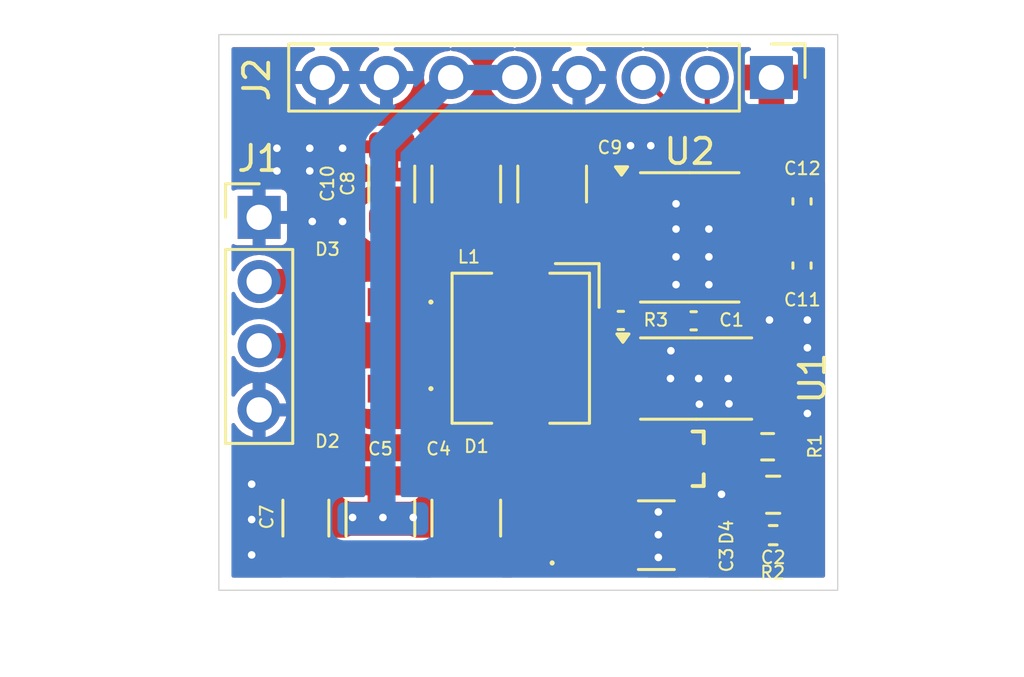
<source format=kicad_pcb>
(kicad_pcb (version 20240108) (generator "pcbnew") (generator_version "8.0")
  (layers (0 "F.Cu" signal) (31 "B.Cu" signal) (34 "B.Paste" user) (35 "F.Paste" user) (36 "B.SilkS" user "B.Silkscreen") (37 "F.SilkS" user "F.Silkscreen") (38 "B.Mask" user) (39 "F.Mask" user) (44 "Edge.Cuts" user))
  (net 0 "")
  (net 1 "GND")
  (net 2 "Net-(U1-MPP_SET)")
  (net 3 "Net-(U1-VCTRL)")
  (net 4 "/VOUT")
  (net 5 "/PV_VOLT")
  (net 6 "Net-(U2-FILTER)")
  (net 7 "+3V3")
  (net 8 "/PANEL_2")
  (net 9 "/PANEL_1")
  (net 10 "/PV_CURR")
  (net 11 "/LX_IN")
  (net 12 "/PV_LX")
  (footprint "Capacitor_SMD:C_1210_3225Metric" (layer "F.Cu") (at 140.9 102.3 -90)
    (property "Reference" "C8" (at -0.018 4.696 270) (layer "F.SilkS") (effects (font (size 0.5 0.5) (thickness 0.08))))
    (property "Value" "100u")
    (fp_line (start -0.711252 1.36) (end 0.711252 1.36) (stroke (width 0.12)) (layer "F.SilkS"))
    (fp_line (start -0.711252 -1.36) (end 0.711252 -1.36) (stroke (width 0.12)) (layer "F.SilkS"))
    (pad "1" smd roundrect (at -1.475 0 270) (size 1.15 2.7) (layers "F.Cu" "F.Paste" "F.Mask") (roundrect_rratio 0.217391) (net 1 "GND"))
    (pad "2" smd roundrect (at 1.475 0 270) (size 1.15 2.7) (layers "F.Cu" "F.Paste" "F.Mask") (roundrect_rratio 0.217391) (net 5 "/PV_VOLT"))
  )
  (footprint "Inductor_SMD:L_Bourns_SRP5030T" (layer "F.Cu") (at 143.0575 108.8 -90)
    (property "Reference" "L1" (at -3.618 2.0535 180) (layer "F.SilkS") (effects (font (size 0.5 0.5) (thickness 0.08))))
    (property "Value" "22u")
    (fp_line (start -2.97 2.72) (end 2.97 2.72) (stroke (width 0.12)) (layer "F.SilkS"))
    (fp_line (start -2.97 1.15) (end -2.97 2.72) (stroke (width 0.12)) (layer "F.SilkS"))
    (fp_line (start 2.97 1.15) (end 2.97 2.72) (stroke (width 0.12)) (layer "F.SilkS"))
    (fp_line (start -3.35 -1.37) (end -3.35 -3.1) (stroke (width 0.12)) (layer "F.SilkS"))
    (fp_line (start -2.97 -2.72) (end -2.97 -1.15) (stroke (width 0.12)) (layer "F.SilkS"))
    (fp_line (start -2.97 -2.72) (end 2.97 -2.72) (stroke (width 0.12)) (layer "F.SilkS"))
    (fp_line (start 2.97 -2.72) (end 2.97 -1.15) (stroke (width 0.12)) (layer "F.SilkS"))
    (fp_line (start -3.35 -3.1) (end -1.62 -3.1) (stroke (width 0.12)) (layer "F.SilkS"))
    (pad "1" smd roundrect (at -2.25 0 270) (size 2 1.8) (layers "F.Cu" "F.Paste" "F.Mask") (net 12 "/PV_LX"))
    (pad "2" smd roundrect (at 2.25 0 270) (size 2 1.8) (layers "F.Cu" "F.Paste" "F.Mask") (net 11 "/LX_IN"))
  )
  (footprint "Connector_PinHeader_2.54mm:PinHeader_1x04_P2.54mm_Vertical" (layer "F.Cu") (at 132.7 103.62)
    (property "Reference" "J1" (at 0 -2.33 0) (layer "F.SilkS"))
    (property "Value" "PV_IN")
    (fp_line (start -1.33 -1.33) (end 0 -1.33) (stroke (width 0.12)) (layer "F.SilkS"))
    (fp_line (start -1.33 0) (end -1.33 -1.33) (stroke (width 0.12)) (layer "F.SilkS"))
    (fp_line (start -1.33 1.27) (end -1.33 8.95) (stroke (width 0.12)) (layer "F.SilkS"))
    (fp_line (start -1.33 1.27) (end 1.33 1.27) (stroke (width 0.12)) (layer "F.SilkS"))
    (fp_line (start -1.33 8.95) (end 1.33 8.95) (stroke (width 0.12)) (layer "F.SilkS"))
    (fp_line (start 1.33 1.27) (end 1.33 8.95) (stroke (width 0.12)) (layer "F.SilkS"))
    (pad "1" thru_hole rect (at 0 0) (size 1.7 1.7) (drill 1) (layers "*.Cu" "*.Mask") (net 1 "GND"))
    (pad "2" thru_hole oval (at 0 2.54) (size 1.7 1.7) (drill 1) (layers "*.Cu" "*.Mask") (net 9 "/PANEL_1"))
    (pad "3" thru_hole oval (at 0 5.08) (size 1.7 1.7) (drill 1) (layers "*.Cu" "*.Mask") (net 8 "/PANEL_2"))
    (pad "4" thru_hole oval (at 0 7.62) (size 1.7 1.7) (drill 1) (layers "*.Cu" "*.Mask") (net 1 "GND"))
  )
  (footprint "Project_Footprints:PD3S220L7" (layer "F.Cu") (at 144.3 115.15 90)
    (property "Reference" "D1" (at 2.468 -2.996 0) (layer "F.SilkS") (effects (font (size 0.5 0.5) (thickness 0.08))))
    (property "Value" "PD3S220L-7" (hide yes))
    (fp_line (start -2.1 0) (end -2.1 0) (stroke (width 0.1)) (layer "F.SilkS"))
    (fp_line (start -2.2 0) (end -2.2 0) (stroke (width 0.1)) (layer "F.SilkS"))
    (fp_arc (start -2.1 0) (mid -2.15 0.05) (end -2.2 0) (stroke (width 0.1)) (layer "F.SilkS"))
    (fp_arc (start -2.2 0) (mid -2.15 -0.05) (end -2.1 0) (stroke (width 0.1)) (layer "F.SilkS"))
    (pad "1" smd rect (at -0.65 0 180) (size 1.1 2) (layers "F.Cu" "F.Paste" "F.Mask") (net 4 "/VOUT"))
    (pad "2" smd rect (at 1.25 0 180) (size 0.8 0.8) (layers "F.Cu" "F.Paste" "F.Mask") (net 11 "/LX_IN"))
  )
  (footprint "Resistor_SMD:R_0402_1005Metric" (layer "F.Cu") (at 153.05 116.2 180)
    (property "Reference" "R2" (at 0.019 -1.482 180) (layer "F.SilkS") (effects (font (size 0.5 0.5) (thickness 0.08))))
    (property "Value" "330k")
    (fp_line (start -0.153641 0.38) (end 0.153641 0.38) (stroke (width 0.12)) (layer "F.SilkS"))
    (fp_line (start -0.153641 -0.38) (end 0.153641 -0.38) (stroke (width 0.12)) (layer "F.SilkS"))
    (pad "1" smd roundrect (at -0.51 0 180) (size 0.54 0.64) (layers "F.Cu" "F.Paste" "F.Mask") (net 3 "Net-(U1-VCTRL)"))
    (pad "2" smd roundrect (at 0.51 0 180) (size 0.54 0.64) (layers "F.Cu" "F.Paste" "F.Mask") (net 1 "GND"))
  )
  (footprint "Project_Footprints:PD3S220L7" (layer "F.Cu") (at 137.35 110.4 180)
    (property "Reference" "D2" (at 1.946 -2.082 180) (layer "F.SilkS") (effects (font (size 0.5 0.5) (thickness 0.08))))
    (property "Value" "PD3S220L-7" (hide yes))
    (fp_line (start -2.1 0) (end -2.1 0) (stroke (width 0.1)) (layer "F.SilkS"))
    (fp_line (start -2.2 0) (end -2.2 0) (stroke (width 0.1)) (layer "F.SilkS"))
    (fp_arc (start -2.1 0) (mid -2.15 0.05) (end -2.2 0) (stroke (width 0.1)) (layer "F.SilkS"))
    (fp_arc (start -2.2 0) (mid -2.15 -0.05) (end -2.1 0) (stroke (width 0.1)) (layer "F.SilkS"))
    (pad "1" smd rect (at -0.65 0 270) (size 1.1 2) (layers "F.Cu" "F.Paste" "F.Mask") (net 5 "/PV_VOLT"))
    (pad "2" smd rect (at 1.25 0 270) (size 0.8 0.8) (layers "F.Cu" "F.Paste" "F.Mask") (net 8 "/PANEL_2"))
  )
  (footprint "Capacitor_SMD:C_0402_1005Metric" (layer "F.Cu") (at 149.901 107.714)
    (property "Reference" "C1" (at 1.503 -0.032 0) (layer "F.SilkS") (effects (font (size 0.5 0.5) (thickness 0.08))))
    (property "Value" "4.7u")
    (fp_line (start -0.107836 -0.36) (end 0.107836 -0.36) (stroke (width 0.12)) (layer "F.SilkS"))
    (fp_line (start -0.107836 0.36) (end 0.107836 0.36) (stroke (width 0.12)) (layer "F.SilkS"))
    (pad "1" smd roundrect (at -0.48 0) (size 0.56 0.62) (layers "F.Cu" "F.Paste" "F.Mask") (net 2 "Net-(U1-MPP_SET)"))
    (pad "2" smd roundrect (at 0.48 0) (size 0.56 0.62) (layers "F.Cu" "F.Paste" "F.Mask") (net 1 "GND"))
  )
  (footprint "Capacitor_SMD:C_1206_3216Metric" (layer "F.Cu") (at 134.55 115.525 -90)
    (property "Reference" "C7" (at -0.043 1.546 270) (layer "F.SilkS") (effects (font (size 0.5 0.5) (thickness 0.08))))
    (property "Value" "10u")
    (fp_line (start -0.711252 0.91) (end 0.711252 0.91) (stroke (width 0.12)) (layer "F.SilkS"))
    (fp_line (start -0.711252 -0.91) (end 0.711252 -0.91) (stroke (width 0.12)) (layer "F.SilkS"))
    (pad "1" smd roundrect (at -1.475 0 270) (size 1.15 1.8) (layers "F.Cu" "F.Paste" "F.Mask") (roundrect_rratio 0.217391) (net 4 "/VOUT"))
    (pad "2" smd roundrect (at 1.475 0 270) (size 1.15 1.8) (layers "F.Cu" "F.Paste" "F.Mask") (roundrect_rratio 0.217391) (net 1 "GND"))
  )
  (footprint "Package_SO:SOIC-8_3.9x4.9mm_P1.27mm" (layer "F.Cu") (at 149.746 104.412)
    (property "Reference" "U2" (at 0 -3.4 0) (layer "F.SilkS"))
    (property "Value" "ACS725xLCTR-10AU")
    (fp_line (start 0 -2.56) (end -1.95 -2.56) (stroke (width 0.12)) (layer "F.SilkS"))
    (fp_line (start 0 -2.56) (end 1.95 -2.56) (stroke (width 0.12)) (layer "F.SilkS"))
    (fp_line (start 0 2.56) (end -1.95 2.56) (stroke (width 0.12)) (layer "F.SilkS"))
    (fp_line (start 0 2.56) (end 1.95 2.56) (stroke (width 0.12)) (layer "F.SilkS"))
    (fp_poly (pts (xy -2.7 -2.465) (xy -2.94 -2.795) (xy -2.46 -2.795) (xy -2.7 -2.465)) (stroke (width 0.12)) (fill solid) (layer "F.SilkS"))
    (pad "1" smd roundrect (at -2.475 -1.905) (size 1.95 0.6) (layers "F.Cu" "F.Paste" "F.Mask") (net 5 "/PV_VOLT"))
    (pad "2" smd roundrect (at -2.475 -0.635) (size 1.95 0.6) (layers "F.Cu" "F.Paste" "F.Mask") (net 5 "/PV_VOLT"))
    (pad "3" smd roundrect (at -2.475 0.635) (size 1.95 0.6) (layers "F.Cu" "F.Paste" "F.Mask") (net 12 "/PV_LX"))
    (pad "4" smd roundrect (at -2.475 1.905) (size 1.95 0.6) (layers "F.Cu" "F.Paste" "F.Mask") (net 12 "/PV_LX"))
    (pad "5" smd roundrect (at 2.475 1.905) (size 1.95 0.6) (layers "F.Cu" "F.Paste" "F.Mask") (net 1 "GND"))
    (pad "6" smd roundrect (at 2.475 0.635) (size 1.95 0.6) (layers "F.Cu" "F.Paste" "F.Mask") (net 6 "Net-(U2-FILTER)"))
    (pad "7" smd roundrect (at 2.475 -0.635) (size 1.95 0.6) (layers "F.Cu" "F.Paste" "F.Mask") (net 10 "/PV_CURR"))
    (pad "8" smd roundrect (at 2.475 -1.905) (size 1.95 0.6) (layers "F.Cu" "F.Paste" "F.Mask") (net 7 "+3V3"))
  )
  (footprint "Resistor_SMD:R_0603_1608Metric" (layer "F.Cu") (at 152.83 112.7)
    (property "Reference" "R1" (at 1.874 -0.018 90) (layer "F.SilkS") (effects (font (size 0.5 0.5) (thickness 0.08))))
    (property "Value" "1M")
    (fp_line (start -0.237258 -0.5225) (end 0.237258 -0.5225) (stroke (width 0.12)) (layer "F.SilkS"))
    (fp_line (start -0.237258 0.5225) (end 0.237258 0.5225) (stroke (width 0.12)) (layer "F.SilkS"))
    (pad "1" smd roundrect (at -0.825 0) (size 0.8 0.95) (layers "F.Cu" "F.Paste" "F.Mask") (net 4 "/VOUT"))
    (pad "2" smd roundrect (at 0.825 0) (size 0.8 0.95) (layers "F.Cu" "F.Paste" "F.Mask") (net 3 "Net-(U1-VCTRL)"))
  )
  (footprint "Capacitor_SMD:C_1210_3225Metric" (layer "F.Cu") (at 140.9 115.525 -90)
    (property "Reference" "C4" (at -2.743 1.096 180) (layer "F.SilkS") (effects (font (size 0.5 0.5) (thickness 0.08))))
    (property "Value" "100u")
    (fp_line (start -0.711252 1.36) (end 0.711252 1.36) (stroke (width 0.12)) (layer "F.SilkS"))
    (fp_line (start -0.711252 -1.36) (end 0.711252 -1.36) (stroke (width 0.12)) (layer "F.SilkS"))
    (pad "1" smd roundrect (at -1.475 0 270) (size 1.15 2.7) (layers "F.Cu" "F.Paste" "F.Mask") (roundrect_rratio 0.217391) (net 4 "/VOUT"))
    (pad "2" smd roundrect (at 1.475 0 270) (size 1.15 2.7) (layers "F.Cu" "F.Paste" "F.Mask") (roundrect_rratio 0.217391) (net 1 "GND"))
  )
  (footprint "Capacitor_SMD:C_0402_1005Metric" (layer "F.Cu") (at 154.191 105.527 -90)
    (property "Reference" "C11" (at 1.355 -0.013 180) (layer "F.SilkS") (effects (font (size 0.5 0.5) (thickness 0.08))))
    (property "Value" "1n")
    (fp_line (start -0.107836 0.36) (end 0.107836 0.36) (stroke (width 0.12)) (layer "F.SilkS"))
    (fp_line (start -0.107836 -0.36) (end 0.107836 -0.36) (stroke (width 0.12)) (layer "F.SilkS"))
    (pad "1" smd roundrect (at -0.48 0 270) (size 0.56 0.62) (layers "F.Cu" "F.Paste" "F.Mask") (net 6 "Net-(U2-FILTER)"))
    (pad "2" smd roundrect (at 0.48 0 270) (size 0.56 0.62) (layers "F.Cu" "F.Paste" "F.Mask") (net 1 "GND"))
  )
  (footprint "Package_SO:TSSOP-8_4.4x3mm_P0.65mm" (layer "F.Cu") (at 150 110)
    (property "Reference" "U1" (at 4.604 -0.018 90) (layer "F.SilkS"))
    (property "Value" "SPV1040")
    (fp_line (start 0 -1.61) (end -2.2 -1.61) (stroke (width 0.12)) (layer "F.SilkS"))
    (fp_line (start 0 -1.61) (end 2.2 -1.61) (stroke (width 0.12)) (layer "F.SilkS"))
    (fp_line (start 0 1.61) (end -2.2 1.61) (stroke (width 0.12)) (layer "F.SilkS"))
    (fp_line (start 0 1.61) (end 2.2 1.61) (stroke (width 0.12)) (layer "F.SilkS"))
    (fp_poly (pts (xy -2.9 -1.435) (xy -3.14 -1.765) (xy -2.66 -1.765) (xy -2.9 -1.435)) (stroke (width 0.12)) (fill solid) (layer "F.SilkS"))
    (pad "1" smd roundrect (at -2.8625 -0.975) (size 1.475 0.4) (layers "F.Cu" "F.Paste" "F.Mask") (net 2 "Net-(U1-MPP_SET)"))
    (pad "2" smd roundrect (at -2.8625 -0.325) (size 1.475 0.4) (layers "F.Cu" "F.Paste" "F.Mask") (net 1 "GND"))
    (pad "3" smd roundrect (at -2.8625 0.325) (size 1.475 0.4) (layers "F.Cu" "F.Paste" "F.Mask") (net 11 "/LX_IN"))
    (pad "4" smd roundrect (at -2.8625 0.975) (size 1.475 0.4) (layers "F.Cu" "F.Paste" "F.Mask") (net 4 "/VOUT"))
    (pad "5" smd roundrect (at 2.8625 0.975) (size 1.475 0.4) (layers "F.Cu" "F.Paste" "F.Mask") (net 3 "Net-(U1-VCTRL)"))
    (pad "6" smd roundrect (at 2.8625 0.325) (size 1.475 0.4) (layers "F.Cu" "F.Paste" "F.Mask") (net 1 "GND"))
    (pad "7" smd roundrect (at 2.8625 -0.325) (size 1.475 0.4) (layers "F.Cu" "F.Paste" "F.Mask") (net 1 "GND"))
    (pad "8" smd roundrect (at 2.8625 -0.975) (size 1.475 0.4) (layers "F.Cu" "F.Paste" "F.Mask") (net 2 "Net-(U1-MPP_SET)"))
  )
  (footprint "Project_Footprints:DO222-AA_STM" (layer "F.Cu") (at 148.7 113.175 90)
    (property "Reference" "D4" (at -2.907 2.504 90) (layer "F.SilkS") (effects (font (size 0.5 0.5) (thickness 0.08))))
    (property "Value" "TVS")
    (fp_line (start -1.0795 1.155049) (end -1.0795 1.6002) (stroke (width 0.1524)) (layer "F.SilkS"))
    (fp_line (start 1.0795 1.6002) (end 1.0795 1.155049) (stroke (width 0.1524)) (layer "F.SilkS"))
    (fp_line (start 0.61214 1.6002) (end 1.0795 1.6002) (stroke (width 0.1524)) (layer "F.SilkS"))
    (fp_line (start -1.0795 1.6002) (end -0.61214 1.6002) (stroke (width 0.1524)) (layer "F.SilkS"))
    (pad "1" smd rect (at 0 -0.4064 90) (size 2.032 1.778) (layers "F.Cu" "F.Paste" "F.Mask") (net 4 "/VOUT"))
    (pad "2" smd rect (at 0 1.6129 90) (size 0.5334 0.6858) (layers "F.Cu" "F.Paste" "F.Mask") (net 1 "GND"))
  )
  (footprint "Connector_PinHeader_2.54mm:PinHeader_1x08_P2.54mm_Vertical" (layer "F.Cu") (at 152.98 98.082 -90)
    (property "Reference" "J2" (at 0.082 20.376 90) (layer "F.SilkS"))
    (property "Value" "OUT")
    (fp_line (start -1.33 19.11) (end 1.33 19.11) (stroke (width 0.12)) (layer "F.SilkS"))
    (fp_line (start -1.33 1.27) (end -1.33 19.11) (stroke (width 0.12)) (layer "F.SilkS"))
    (fp_line (start -1.33 1.27) (end 1.33 1.27) (stroke (width 0.12)) (layer "F.SilkS"))
    (fp_line (start 1.33 1.27) (end 1.33 19.11) (stroke (width 0.12)) (layer "F.SilkS"))
    (fp_line (start -1.33 0) (end -1.33 -1.33) (stroke (width 0.12)) (layer "F.SilkS"))
    (fp_line (start -1.33 -1.33) (end 0 -1.33) (stroke (width 0.12)) (layer "F.SilkS"))
    (pad "1" thru_hole rect (at 0 0 270) (size 1.7 1.7) (drill 1) (layers "*.Cu" "*.Mask") (net 7 "+3V3"))
    (pad "2" thru_hole oval (at 0 2.54 270) (size 1.7 1.7) (drill 1) (layers "*.Cu" "*.Mask") (net 10 "/PV_CURR"))
    (pad "3" thru_hole oval (at 0 5.08 270) (size 1.7 1.7) (drill 1) (layers "*.Cu" "*.Mask") (net 5 "/PV_VOLT"))
    (pad "4" thru_hole oval (at 0 7.62 270) (size 1.7 1.7) (drill 1) (layers "*.Cu" "*.Mask") (net 1 "GND"))
    (pad "5" thru_hole oval (at 0 10.16 270) (size 1.7 1.7) (drill 1) (layers "*.Cu" "*.Mask") (net 4 "/VOUT"))
    (pad "6" thru_hole oval (at 0 12.7 270) (size 1.7 1.7) (drill 1) (layers "*.Cu" "*.Mask") (net 4 "/VOUT"))
    (pad "7" thru_hole oval (at 0 15.24 270) (size 1.7 1.7) (drill 1) (layers "*.Cu" "*.Mask") (net 1 "GND"))
    (pad "8" thru_hole oval (at 0 17.78 270) (size 1.7 1.7) (drill 1) (layers "*.Cu" "*.Mask") (net 1 "GND"))
  )
  (footprint "Project_Footprints:PD3S220L7" (layer "F.Cu") (at 137.35 106.971 180)
    (property "Reference" "D3" (at 1.946 2.089 180) (layer "F.SilkS") (effects (font (size 0.5 0.5) (thickness 0.08))))
    (property "Value" "PD3S220L-7" (hide yes))
    (fp_line (start -2.1 0) (end -2.1 0) (stroke (width 0.1)) (layer "F.SilkS"))
    (fp_line (start -2.2 0) (end -2.2 0) (stroke (width 0.1)) (layer "F.SilkS"))
    (fp_arc (start -2.1 0) (mid -2.15 0.05) (end -2.2 0) (stroke (width 0.1)) (layer "F.SilkS"))
    (fp_arc (start -2.2 0) (mid -2.15 -0.05) (end -2.1 0) (stroke (width 0.1)) (layer "F.SilkS"))
    (pad "1" smd rect (at -0.65 0 270) (size 1.1 2) (layers "F.Cu" "F.Paste" "F.Mask") (net 5 "/PV_VOLT"))
    (pad "2" smd rect (at 1.25 0 270) (size 0.8 0.8) (layers "F.Cu" "F.Paste" "F.Mask") (net 9 "/PANEL_1"))
  )
  (footprint "Capacitor_SMD:C_1210_3225Metric" (layer "F.Cu") (at 144.3 102.3 -90)
    (property "Reference" "C9" (at -1.446 -2.286 0) (layer "F.SilkS") (effects (font (size 0.5 0.5) (thickness 0.08))))
    (property "Value" "100u")
    (fp_line (start -0.711252 1.36) (end 0.711252 1.36) (stroke (width 0.12)) (layer "F.SilkS"))
    (fp_line (start -0.711252 -1.36) (end 0.711252 -1.36) (stroke (width 0.12)) (layer "F.SilkS"))
    (pad "1" smd roundrect (at -1.475 0 270) (size 1.15 2.7) (layers "F.Cu" "F.Paste" "F.Mask") (roundrect_rratio 0.217391) (net 1 "GND"))
    (pad "2" smd roundrect (at 1.475 0 270) (size 1.15 2.7) (layers "F.Cu" "F.Paste" "F.Mask") (roundrect_rratio 0.217391) (net 5 "/PV_VOLT"))
  )
  (footprint "Capacitor_SMD:C_1206_3216Metric" (layer "F.Cu") (at 137.95 102.3 -90)
    (property "Reference" "C10" (at -0.018 2.546 90) (layer "F.SilkS") (effects (font (size 0.5 0.5) (thickness 0.08))))
    (property "Value" "10u")
    (fp_line (start -0.711252 0.91) (end 0.711252 0.91) (stroke (width 0.12)) (layer "F.SilkS"))
    (fp_line (start -0.711252 -0.91) (end 0.711252 -0.91) (stroke (width 0.12)) (layer "F.SilkS"))
    (pad "1" smd roundrect (at -1.475 0 270) (size 1.15 1.8) (layers "F.Cu" "F.Paste" "F.Mask") (roundrect_rratio 0.217391) (net 1 "GND"))
    (pad "2" smd roundrect (at 1.475 0 270) (size 1.15 1.8) (layers "F.Cu" "F.Paste" "F.Mask") (roundrect_rratio 0.217391) (net 5 "/PV_VOLT"))
  )
  (footprint "Capacitor_SMD:C_0805_2012Metric" (layer "F.Cu") (at 153.05 114.6 180)
    (property "Reference" "C2" (at 0 -2.482 0) (layer "F.SilkS") (effects (font (size 0.5 0.5) (thickness 0.08))))
    (property "Value" "33u")
    (fp_line (start -0.261252 0.735) (end 0.261252 0.735) (stroke (width 0.12)) (layer "F.SilkS"))
    (fp_line (start -0.261252 -0.735) (end 0.261252 -0.735) (stroke (width 0.12)) (layer "F.SilkS"))
    (pad "1" smd roundrect (at -0.95 0 180) (size 1 1.45) (layers "F.Cu" "F.Paste" "F.Mask") (net 3 "Net-(U1-VCTRL)"))
    (pad "2" smd roundrect (at 0.95 0 180) (size 1 1.45) (layers "F.Cu" "F.Paste" "F.Mask") (net 1 "GND"))
  )
  (footprint "Capacitor_SMD:C_1210_3225Metric" (layer "F.Cu") (at 137.5 115.525 -90)
    (property "Reference" "C5" (at -2.743 0 180) (layer "F.SilkS") (effects (font (size 0.5 0.5) (thickness 0.08))))
    (property "Value" "100u")
    (fp_line (start -0.711252 1.36) (end 0.711252 1.36) (stroke (width 0.12)) (layer "F.SilkS"))
    (fp_line (start -0.711252 -1.36) (end 0.711252 -1.36) (stroke (width 0.12)) (layer "F.SilkS"))
    (pad "1" smd roundrect (at -1.475 0 270) (size 1.15 2.7) (layers "F.Cu" "F.Paste" "F.Mask") (roundrect_rratio 0.217391) (net 4 "/VOUT"))
    (pad "2" smd roundrect (at 1.475 0 270) (size 1.15 2.7) (layers "F.Cu" "F.Paste" "F.Mask") (roundrect_rratio 0.217391) (net 1 "GND"))
  )
  (footprint "Capacitor_SMD:C_1210_3225Metric" (layer "F.Cu") (at 148.425 116.2)
    (property "Reference" "C3" (at 2.779 0.982 90) (layer "F.SilkS") (effects (font (size 0.5 0.5) (thickness 0.08))))
    (property "Value" "100u")
    (fp_line (start -0.711252 -1.36) (end 0.711252 -1.36) (stroke (width 0.12)) (layer "F.SilkS"))
    (fp_line (start -0.711252 1.36) (end 0.711252 1.36) (stroke (width 0.12)) (layer "F.SilkS"))
    (pad "1" smd roundrect (at -1.475 0) (size 1.15 2.7) (layers "F.Cu" "F.Paste" "F.Mask") (roundrect_rratio 0.217391) (net 4 "/VOUT"))
    (pad "2" smd roundrect (at 1.475 0) (size 1.15 2.7) (layers "F.Cu" "F.Paste" "F.Mask") (roundrect_rratio 0.217391) (net 1 "GND"))
  )
  (footprint "Capacitor_SMD:C_0402_1005Metric" (layer "F.Cu") (at 154.191 102.987 -90)
    (property "Reference" "C12" (at -1.305 -0.013 180) (layer "F.SilkS") (effects (font (size 0.5 0.5) (thickness 0.08))))
    (property "Value" "100n")
    (fp_line (start -0.107836 0.36) (end 0.107836 0.36) (stroke (width 0.12)) (layer "F.SilkS"))
    (fp_line (start -0.107836 -0.36) (end 0.107836 -0.36) (stroke (width 0.12)) (layer "F.SilkS"))
    (pad "1" smd roundrect (at -0.48 0 270) (size 0.56 0.62) (layers "F.Cu" "F.Paste" "F.Mask") (net 7 "+3V3"))
    (pad "2" smd roundrect (at 0.48 0 270) (size 0.56 0.62) (layers "F.Cu" "F.Paste" "F.Mask") (net 1 "GND"))
  )
  (footprint "Capacitor_SMD:C_0402_1005Metric" (layer "F.Cu") (at 147.02 107.7)
    (property "Reference" "R3" (at 1.384 -0.018 0) (layer "F.SilkS") (effects (font (size 0.5 0.5) (thickness 0.08))))
    (property "Value" "1k")
    (fp_line (start -0.107836 -0.36) (end 0.107836 -0.36) (stroke (width 0.12)) (layer "F.SilkS"))
    (fp_line (start -0.107836 0.36) (end 0.107836 0.36) (stroke (width 0.12)) (layer "F.SilkS"))
    (pad "1" smd roundrect (at -0.48 0) (size 0.56 0.62) (layers "F.Cu" "F.Paste" "F.Mask") (net 12 "/PV_LX"))
    (pad "2" smd roundrect (at 0.48 0) (size 0.56 0.62) (layers "F.Cu" "F.Paste" "F.Mask") (net 2 "Net-(U1-MPP_SET)"))
  )
  (gr_rect (start 131.104 96.382) (end 155.604 118.382) (stroke (width 0.05)) (fill none) (layer "Edge.Cuts"))
  (via (at 132.404 116.982) (size 0.6) (drill 0.3) (layers "F.Cu" "B.Cu") (net 1))
  (via (at 134.704 100.882) (size 0.6) (drill 0.3) (layers "F.Cu" "B.Cu") (net 1))
  (via (at 150.1 110) (size 0.6) (drill 0.3) (layers "F.Cu" "B.Cu") (net 1))
  (via (at 148.204 100.782) (size 0.6) (drill 0.3) (layers "F.Cu" "B.Cu") (net 1))
  (via (at 148.984 110) (size 0.6) (drill 0.3) (layers "F.Cu" "B.Cu") (net 1))
  (via (at 148.504 116.182) (size 0.6) (drill 0.3) (layers "F.Cu" "B.Cu") (net 1))
  (via (at 132.404 115.582) (size 0.6) (drill 0.3) (layers "F.Cu" "B.Cu") (net 1))
  (via (at 154.404 107.682) (size 0.6) (drill 0.3) (layers "F.Cu" "B.Cu") (net 1))
  (via (at 151.004 114.582) (size 0.6) (drill 0.3) (layers "F.Cu" "B.Cu") (net 1))
  (via (at 150.127 111.016) (size 0.6) (drill 0.3) (layers "F.Cu" "B.Cu") (net 1))
  (via (at 133.404 101.782) (size 0.6) (drill 0.3) (layers "F.Cu" "B.Cu") (net 1))
  (via (at 136.004 100.882) (size 0.6) (drill 0.3) (layers "F.Cu" "B.Cu") (net 1))
  (via (at 150.504 104.082) (size 0.6) (drill 0.3) (layers "F.Cu" "B.Cu") (net 1))
  (via (at 150.504 106.282) (size 0.6) (drill 0.3) (layers "F.Cu" "B.Cu") (net 1))
  (via (at 150.504 105.182) (size 0.6) (drill 0.3) (layers "F.Cu" "B.Cu") (net 1))
  (via (at 134.804 103.782) (size 0.6) (drill 0.3) (layers "F.Cu" "B.Cu") (net 1))
  (via (at 151.3 111) (size 0.6) (drill 0.3) (layers "F.Cu" "B.Cu") (net 1))
  (via (at 151.27 110) (size 0.6) (drill 0.3) (layers "F.Cu" "B.Cu") (net 1))
  (via (at 134.704 101.782) (size 0.6) (drill 0.3) (layers "F.Cu" "B.Cu") (net 1))
  (via (at 149.204 103.082) (size 0.6) (drill 0.3) (layers "F.Cu" "B.Cu") (net 1))
  (via (at 152.904 107.682) (size 0.6) (drill 0.3) (layers "F.Cu" "B.Cu") (net 1))
  (via (at 154.404 108.782) (size 0.6) (drill 0.3) (layers "F.Cu" "B.Cu") (net 1))
  (via (at 149.204 105.182) (size 0.6) (drill 0.3) (layers "F.Cu" "B.Cu") (net 1))
  (via (at 149.204 106.282) (size 0.6) (drill 0.3) (layers "F.Cu" "B.Cu") (net 1))
  (via (at 149 108.9) (size 0.6) (drill 0.3) (layers "F.Cu" "B.Cu") (net 1))
  (via (at 132.404 114.182) (size 0.6) (drill 0.3) (layers "F.Cu" "B.Cu") (net 1))
  (via (at 133.404 100.882) (size 0.6) (drill 0.3) (layers "F.Cu" "B.Cu") (net 1))
  (via (at 148.504 117.082) (size 0.6) (drill 0.3) (layers "F.Cu" "B.Cu") (net 1))
  (via (at 148.504 115.282) (size 0.6) (drill 0.3) (layers "F.Cu" "B.Cu") (net 1))
  (via (at 147.404 100.782) (size 0.6) (drill 0.3) (layers "F.Cu" "B.Cu") (net 1))
  (via (at 136.004 103.782) (size 0.6) (drill 0.3) (layers "F.Cu" "B.Cu") (net 1))
  (via (at 149.204 104.082) (size 0.6) (drill 0.3) (layers "F.Cu" "B.Cu") (net 1))
  (via (at 154.404 111.382) (size 0.6) (drill 0.3) (layers "F.Cu" "B.Cu") (net 1))
  (segment (start 147.5 107.7) (end 149.407 107.7) (width 0.2) (layer "F.Cu") (net 2))
  (segment (start 147.5 107.7) (end 147.5 108.6625) (width 0.2) (layer "F.Cu") (net 2))
  (segment (start 149.407 107.7) (end 149.421 107.714) (width 0.2) (layer "F.Cu") (net 2))
  (segment (start 150.732 109.025) (end 152.8625 109.025) (width 0.2) (layer "F.Cu") (net 2))
  (segment (start 149.421 107.714) (end 150.732 109.025) (width 0.2) (layer "F.Cu") (net 2))
  (segment (start 147.5 108.6625) (end 147.1375 109.025) (width 0.2) (layer "F.Cu") (net 2))
  (segment (start 153.56 115.04) (end 154 114.6) (width 0.2) (layer "F.Cu") (net 3))
  (segment (start 154 113.045) (end 153.655 112.7) (width 0.2) (layer "F.Cu") (net 3))
  (segment (start 154 114.6) (end 154 113.045) (width 0.2) (layer "F.Cu") (net 3))
  (segment (start 152.8625 110.975) (end 153.655 111.7675) (width 0.2) (layer "F.Cu") (net 3))
  (segment (start 153.56 116.2) (end 153.56 115.04) (width 0.2) (layer "F.Cu") (net 3))
  (segment (start 153.655 111.7675) (end 153.655 112.7) (width 0.2) (layer "F.Cu") (net 3))
  (segment (start 150.9633 113.7417) (end 148.8603 113.7417) (width 0.2) (layer "F.Cu") (net 4))
  (segment (start 148.8603 113.7417) (end 148.2936 113.175) (width 0.2) (layer "F.Cu") (net 4))
  (segment (start 152.005 112.7) (end 150.9633 113.7417) (width 0.2) (layer "F.Cu") (net 4))
  (via (at 138.8 115.5) (size 0.6) (drill 0.3) (layers "F.Cu" "B.Cu") (net 4))
  (via (at 137.6 115.5) (size 0.6) (drill 0.3) (layers "F.Cu" "B.Cu") (net 4))
  (via (at 136.4 115.5) (size 0.6) (drill 0.3) (layers "F.Cu" "B.Cu") (net 4))
  (segment (start 137.6 100.762) (end 140.28 98.082) (width 1) (layer "B.Cu") (net 4))
  (segment (start 140.28 98.082) (end 142.82 98.082) (width 1) (layer "B.Cu") (net 4))
  (segment (start 137.6 115.5) (end 137.6 100.762) (width 1) (layer "B.Cu") (net 4))
  (segment (start 147.9 98.082) (end 149.1 99.282) (width 0.2) (layer "F.Cu") (net 5))
  (segment (start 149.1 101.9) (end 148.493 102.507) (width 0.2) (layer "F.Cu") (net 5))
  (segment (start 148.493 102.507) (end 147.271 102.507) (width 0.2) (layer "F.Cu") (net 5))
  (segment (start 149.1 99.282) (end 149.1 101.9) (width 0.2) (layer "F.Cu") (net 5))
  (segment (start 152.221 105.047) (end 154.191 105.047) (width 0.2) (layer "F.Cu") (net 6))
  (segment (start 132.7 108.7) (end 134.4 108.7) (width 1) (layer "F.Cu") (net 8))
  (segment (start 134.4 108.7) (end 136.1 110.4) (width 1) (layer "F.Cu") (net 8))
  (segment (start 132.7 106.16) (end 135.289 106.16) (width 1) (layer "F.Cu") (net 9))
  (segment (start 135.289 106.16) (end 136.1 106.971) (width 1) (layer "F.Cu") (net 9))
  (segment (start 152.221 103.777) (end 151.246001 103.777) (width 0.2) (layer "F.Cu") (net 10))
  (segment (start 150.44 98.082) (end 150.44 102.970999) (width 0.2) (layer "F.Cu") (net 10))
  (segment (start 151.246001 103.777) (end 150.44 102.970999) (width 0.2) (layer "F.Cu") (net 10))
  (zone (net 4) (net_name "/VOUT") (layer "F.Cu") (priority 1) (connect_pads (clearance 0.1524)) (min_thickness 0.1524) (fill yes (thermal_gap 0.254) (thermal_bridge_width 1.016) (smoothing fillet) (radius 0.254))
    (polygon (pts (xy 133.3 113.1) (xy 142.6 113.1) (xy 142.6 114.8) (xy 146 114.8) (xy 146 110.8) (xy 149.6 110.8) (xy 149.6 114.5) (xy 147.9 114.5) (xy 147.9 117.8) (xy 142.9 117.8) (xy 142.9 116.3) (xy 133.3 116.3)))
  )
  (zone (net 11) (net_name "/LX_IN") (layer "F.Cu") (priority 2) (connect_pads (clearance 0.1524)) (min_thickness 0.1524) (fill yes (thermal_gap 0.254) (thermal_bridge_width 0.508) (smoothing fillet) (radius 0.254))
    (polygon (pts (xy 141.7 109.7) (xy 146.1 109.7) (xy 146.1 110) (xy 148.5 110) (xy 148.5 110.7) (xy 146.1 110.7) (xy 146.1 114.5) (xy 141.7 114.5)))
  )
  (zone (net 12) (net_name "/PV_LX") (layer "F.Cu") (priority 4) (connect_pads (clearance 0.1524)) (min_thickness 0.1524) (fill yes (thermal_gap 0.254) (thermal_bridge_width 1.016) (smoothing fillet) (radius 0.254))
    (polygon (pts (xy 148.5 104.7) (xy 148.5 108.4) (xy 141.4 108.4) (xy 141.4 105) (xy 145.2 105) (xy 145.7 104.7)))
  )
  (zone (net 5) (net_name "/PV_VOLT") (layer "F.Cu") (priority 5) (connect_pads (clearance 0.1524)) (min_thickness 0.1524) (fill yes (thermal_gap 0.254) (thermal_bridge_width 1.016) (smoothing fillet) (radius 0.254))
    (polygon (pts (xy 148.5 101.7) (xy 146 101.7) (xy 146 102.4) (xy 136.8 102.4) (xy 136.8 112) (xy 140.1 112) (xy 140.1 104.7) (xy 148.5 104.7)))
  )
  (zone (net 7) (net_name "+3V3") (layer "F.Cu") (priority 6) (connect_pads (clearance 0.1524)) (min_thickness 0.1524) (fill yes (thermal_gap 0.254) (thermal_bridge_width 1.016) (smoothing fillet) (radius 0.254))
    (polygon (pts (xy 151.7 97.2) (xy 154.3 97.2) (xy 154.3 101.3) (xy 154.8 101.8) (xy 154.8 102.9) (xy 151.1 102.9) (xy 151.1 100.2) (xy 151.7 99.6)))
  )
  (zone (net 4) (net_name "/VOUT") (layer "F.Cu") (priority 3) (connect_pads (clearance 0.1524)) (min_thickness 0.15) (fill yes (thermal_gap 0) (thermal_bridge_width 1) (smoothing fillet) (radius 0.254))
    (polygon (pts (xy 146.3 110.8) (xy 148.2 110.8) (xy 148.2 111.5) (xy 146.3 111.5)))
  )
  (zone (net 1) (net_name "GND") (layers "F&B.Cu") (connect_pads (clearance 0.1524)) (min_thickness 0.1524) (fill yes (thermal_gap 0.254) (thermal_bridge_width 0.508) (smoothing fillet) (radius 0.254))
    (polygon (pts (xy 156.604 95.014) (xy 156.604 118.382) (xy 122.695 118.382) (xy 122.441 118.128) (xy 122.441 95.014)))
  )
  (zone (net 4) (net_name "/VOUT") (layer "B.Cu") (priority 7) (connect_pads (clearance 0.1524)) (min_thickness 0.1524) (fill yes (thermal_gap 0.254) (thermal_bridge_width 1.016) (smoothing fillet) (radius 0.254))
    (polygon (pts (xy 135.8 114.9) (xy 139.4 114.9) (xy 139.4 116.2) (xy 135.8 116.2)))
  )
)
</source>
